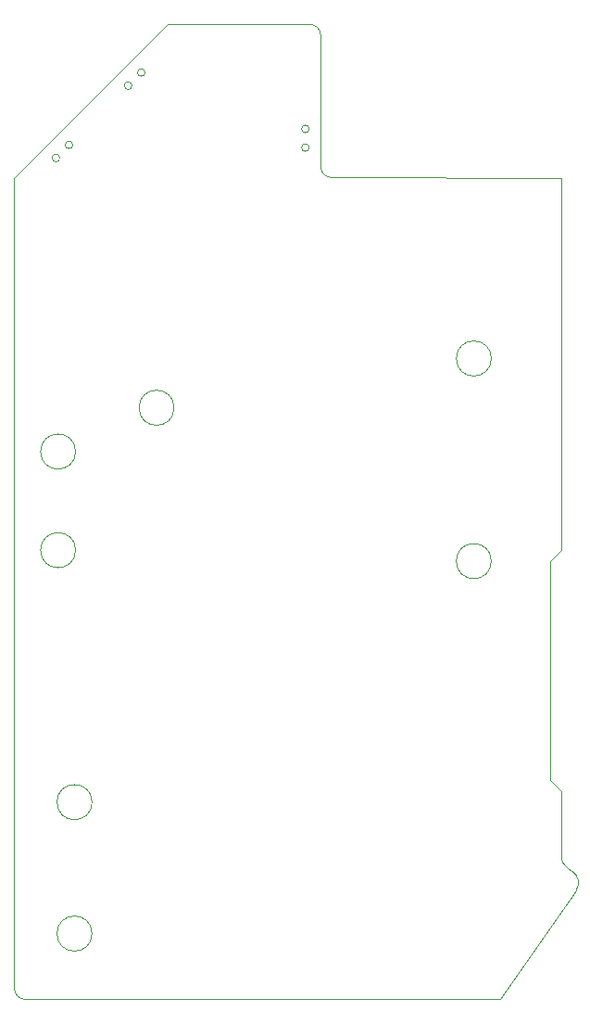
<source format=gbr>
G04 #@! TF.GenerationSoftware,KiCad,Pcbnew,(6.0.1-0)*
G04 #@! TF.CreationDate,2022-12-09T09:44:16-05:00*
G04 #@! TF.ProjectId,mobo,6d6f626f-2e6b-4696-9361-645f70636258,rev?*
G04 #@! TF.SameCoordinates,Original*
G04 #@! TF.FileFunction,Profile,NP*
%FSLAX46Y46*%
G04 Gerber Fmt 4.6, Leading zero omitted, Abs format (unit mm)*
G04 Created by KiCad (PCBNEW (6.0.1-0)) date 2022-12-09 09:44:16*
%MOMM*%
%LPD*%
G01*
G04 APERTURE LIST*
G04 #@! TA.AperFunction,Profile*
%ADD10C,0.050000*%
G04 #@! TD*
G04 #@! TA.AperFunction,Profile*
%ADD11C,0.120000*%
G04 #@! TD*
G04 APERTURE END LIST*
D10*
X110307107Y-42992893D02*
G75*
G03*
X111307107Y-43992893I999999J-1D01*
G01*
X106750000Y-119000000D02*
X83300000Y-119000000D01*
X132300000Y-44000000D02*
X111307107Y-43992893D01*
X132300000Y-100000000D02*
X132300000Y-105925000D01*
X125900000Y-60500000D02*
G75*
G03*
X125900000Y-60500000I-1600000J0D01*
G01*
X131300000Y-99000000D02*
X131300000Y-79000000D01*
X96900000Y-65000000D02*
G75*
G03*
X96900000Y-65000000I-1600000J0D01*
G01*
X82300000Y-44000000D02*
X82300000Y-118000000D01*
X125900000Y-79000000D02*
G75*
G03*
X125900000Y-79000000I-1600000J0D01*
G01*
X106750000Y-119000000D02*
X126750000Y-119000000D01*
X131300000Y-79000000D02*
X132300000Y-78000000D01*
X89400000Y-101000000D02*
G75*
G03*
X89400000Y-101000000I-1600000J0D01*
G01*
X133650000Y-109050000D02*
G75*
G03*
X133325000Y-107325000I-1019698J700999D01*
G01*
X87900000Y-69000000D02*
G75*
G03*
X87900000Y-69000000I-1600000J0D01*
G01*
X132300000Y-44000000D02*
X132300000Y-78000000D01*
X132812500Y-106962500D02*
X133325000Y-107325000D01*
X87900000Y-78000000D02*
G75*
G03*
X87900000Y-78000000I-1600000J0D01*
G01*
X133650000Y-109050000D02*
X126750000Y-119000000D01*
X82300000Y-118000000D02*
G75*
G03*
X83300000Y-119000000I999999J-1D01*
G01*
X131300000Y-99000000D02*
X132300000Y-100000000D01*
X132299999Y-105925000D02*
G75*
G03*
X132812500Y-106962500I1205219J-49982D01*
G01*
X89400000Y-113000000D02*
G75*
G03*
X89400000Y-113000000I-1600000J0D01*
G01*
X110300000Y-31000000D02*
G75*
G03*
X109300000Y-30000000I-999999J1D01*
G01*
X110300000Y-42992893D02*
X110292893Y-31000000D01*
X109300000Y-30000000D02*
X96300000Y-30000000D01*
X82300000Y-44000000D02*
X96300000Y-30000000D01*
D11*
X93048960Y-35601041D02*
G75*
G03*
X93048960Y-35601041I-350001J0D01*
G01*
X94251040Y-34398959D02*
G75*
G03*
X94251040Y-34398959I-349999J0D01*
G01*
X109250000Y-39550000D02*
G75*
G03*
X109250000Y-39550000I-350000J0D01*
G01*
X109250000Y-41250000D02*
G75*
G03*
X109250000Y-41250000I-350000J0D01*
G01*
X87651040Y-40998959D02*
G75*
G03*
X87651040Y-40998959I-349999J0D01*
G01*
X86448960Y-42201041D02*
G75*
G03*
X86448960Y-42201041I-350001J0D01*
G01*
M02*

</source>
